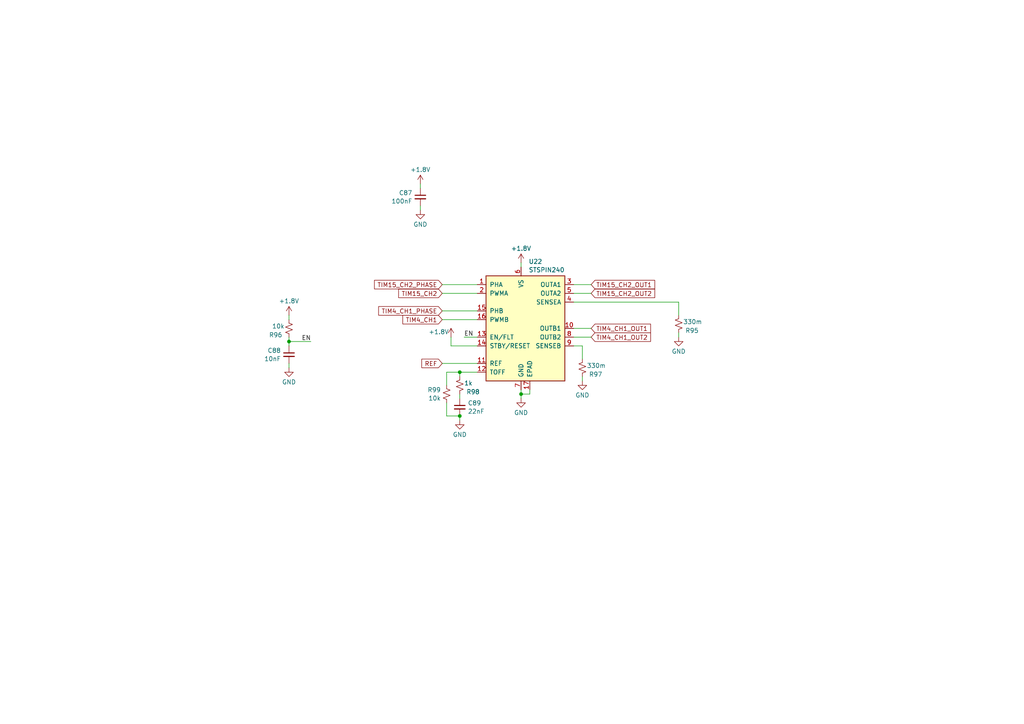
<source format=kicad_sch>
(kicad_sch
	(version 20231120)
	(generator "eeschema")
	(generator_version "8.0")
	(uuid "678b9aec-26bf-4f27-ba87-71e2ec76edda")
	(paper "A4")
	(lib_symbols
		(symbol "Device:C_Small"
			(pin_numbers hide)
			(pin_names
				(offset 0.254) hide)
			(exclude_from_sim no)
			(in_bom yes)
			(on_board yes)
			(property "Reference" "C"
				(at 0.254 1.778 0)
				(effects
					(font
						(size 1.27 1.27)
					)
					(justify left)
				)
			)
			(property "Value" "C_Small"
				(at 0.254 -2.032 0)
				(effects
					(font
						(size 1.27 1.27)
					)
					(justify left)
				)
			)
			(property "Footprint" ""
				(at 0 0 0)
				(effects
					(font
						(size 1.27 1.27)
					)
					(hide yes)
				)
			)
			(property "Datasheet" "~"
				(at 0 0 0)
				(effects
					(font
						(size 1.27 1.27)
					)
					(hide yes)
				)
			)
			(property "Description" "Unpolarized capacitor, small symbol"
				(at 0 0 0)
				(effects
					(font
						(size 1.27 1.27)
					)
					(hide yes)
				)
			)
			(property "ki_keywords" "capacitor cap"
				(at 0 0 0)
				(effects
					(font
						(size 1.27 1.27)
					)
					(hide yes)
				)
			)
			(property "ki_fp_filters" "C_*"
				(at 0 0 0)
				(effects
					(font
						(size 1.27 1.27)
					)
					(hide yes)
				)
			)
			(symbol "C_Small_0_1"
				(polyline
					(pts
						(xy -1.524 -0.508) (xy 1.524 -0.508)
					)
					(stroke
						(width 0.3302)
						(type default)
					)
					(fill
						(type none)
					)
				)
				(polyline
					(pts
						(xy -1.524 0.508) (xy 1.524 0.508)
					)
					(stroke
						(width 0.3048)
						(type default)
					)
					(fill
						(type none)
					)
				)
			)
			(symbol "C_Small_1_1"
				(pin passive line
					(at 0 2.54 270)
					(length 2.032)
					(name "~"
						(effects
							(font
								(size 1.27 1.27)
							)
						)
					)
					(number "1"
						(effects
							(font
								(size 1.27 1.27)
							)
						)
					)
				)
				(pin passive line
					(at 0 -2.54 90)
					(length 2.032)
					(name "~"
						(effects
							(font
								(size 1.27 1.27)
							)
						)
					)
					(number "2"
						(effects
							(font
								(size 1.27 1.27)
							)
						)
					)
				)
			)
		)
		(symbol "Device:R_Small_US"
			(pin_numbers hide)
			(pin_names
				(offset 0.254) hide)
			(exclude_from_sim no)
			(in_bom yes)
			(on_board yes)
			(property "Reference" "R"
				(at 0.762 0.508 0)
				(effects
					(font
						(size 1.27 1.27)
					)
					(justify left)
				)
			)
			(property "Value" "R_Small_US"
				(at 0.762 -1.016 0)
				(effects
					(font
						(size 1.27 1.27)
					)
					(justify left)
				)
			)
			(property "Footprint" ""
				(at 0 0 0)
				(effects
					(font
						(size 1.27 1.27)
					)
					(hide yes)
				)
			)
			(property "Datasheet" "~"
				(at 0 0 0)
				(effects
					(font
						(size 1.27 1.27)
					)
					(hide yes)
				)
			)
			(property "Description" "Resistor, small US symbol"
				(at 0 0 0)
				(effects
					(font
						(size 1.27 1.27)
					)
					(hide yes)
				)
			)
			(property "ki_keywords" "r resistor"
				(at 0 0 0)
				(effects
					(font
						(size 1.27 1.27)
					)
					(hide yes)
				)
			)
			(property "ki_fp_filters" "R_*"
				(at 0 0 0)
				(effects
					(font
						(size 1.27 1.27)
					)
					(hide yes)
				)
			)
			(symbol "R_Small_US_1_1"
				(polyline
					(pts
						(xy 0 0) (xy 1.016 -0.381) (xy 0 -0.762) (xy -1.016 -1.143) (xy 0 -1.524)
					)
					(stroke
						(width 0)
						(type default)
					)
					(fill
						(type none)
					)
				)
				(polyline
					(pts
						(xy 0 1.524) (xy 1.016 1.143) (xy 0 0.762) (xy -1.016 0.381) (xy 0 0)
					)
					(stroke
						(width 0)
						(type default)
					)
					(fill
						(type none)
					)
				)
				(pin passive line
					(at 0 2.54 270)
					(length 1.016)
					(name "~"
						(effects
							(font
								(size 1.27 1.27)
							)
						)
					)
					(number "1"
						(effects
							(font
								(size 1.27 1.27)
							)
						)
					)
				)
				(pin passive line
					(at 0 -2.54 90)
					(length 1.016)
					(name "~"
						(effects
							(font
								(size 1.27 1.27)
							)
						)
					)
					(number "2"
						(effects
							(font
								(size 1.27 1.27)
							)
						)
					)
				)
			)
		)
		(symbol "Driver_Motor:STSPIN240"
			(pin_names
				(offset 1.016)
			)
			(exclude_from_sim no)
			(in_bom yes)
			(on_board yes)
			(property "Reference" "U"
				(at -10.16 16.51 0)
				(effects
					(font
						(size 1.27 1.27)
					)
					(justify left)
				)
			)
			(property "Value" "STSPIN240"
				(at 5.08 16.51 0)
				(effects
					(font
						(size 1.27 1.27)
					)
					(justify left)
				)
			)
			(property "Footprint" "Package_DFN_QFN:VQFN-16-1EP_3x3mm_P0.5mm_EP1.8x1.8mm"
				(at 5.08 19.05 0)
				(effects
					(font
						(size 1.27 1.27)
					)
					(justify left)
					(hide yes)
				)
			)
			(property "Datasheet" "www.st.com/resource/en/datasheet/stspin240.pdf"
				(at 3.81 6.35 0)
				(effects
					(font
						(size 1.27 1.27)
					)
					(hide yes)
				)
			)
			(property "Description" "Low voltage dual brush DC motor driver, 1.8V to 10V input, 1.3Arms output, 0.4Ω Rdson per phase (typical), QFN-16 package"
				(at 0 0 0)
				(effects
					(font
						(size 1.27 1.27)
					)
					(hide yes)
				)
			)
			(property "ki_keywords" "motor driver dc brushed"
				(at 0 0 0)
				(effects
					(font
						(size 1.27 1.27)
					)
					(hide yes)
				)
			)
			(property "ki_fp_filters" "VQFN*1EP*3x3mm*P0.5mm*"
				(at 0 0 0)
				(effects
					(font
						(size 1.27 1.27)
					)
					(hide yes)
				)
			)
			(symbol "STSPIN240_0_1"
				(rectangle
					(start -10.16 15.24)
					(end 12.7 -15.24)
					(stroke
						(width 0.254)
						(type default)
					)
					(fill
						(type background)
					)
				)
			)
			(symbol "STSPIN240_1_1"
				(pin input line
					(at -12.7 12.7 0)
					(length 2.54)
					(name "PHA"
						(effects
							(font
								(size 1.27 1.27)
							)
						)
					)
					(number "1"
						(effects
							(font
								(size 1.27 1.27)
							)
						)
					)
				)
				(pin power_out line
					(at 15.24 0 180)
					(length 2.54)
					(name "OUTB1"
						(effects
							(font
								(size 1.27 1.27)
							)
						)
					)
					(number "10"
						(effects
							(font
								(size 1.27 1.27)
							)
						)
					)
				)
				(pin input line
					(at -12.7 -10.16 0)
					(length 2.54)
					(name "REF"
						(effects
							(font
								(size 1.27 1.27)
							)
						)
					)
					(number "11"
						(effects
							(font
								(size 1.27 1.27)
							)
						)
					)
				)
				(pin input line
					(at -12.7 -12.7 0)
					(length 2.54)
					(name "TOFF"
						(effects
							(font
								(size 1.27 1.27)
							)
						)
					)
					(number "12"
						(effects
							(font
								(size 1.27 1.27)
							)
						)
					)
				)
				(pin bidirectional line
					(at -12.7 -2.54 0)
					(length 2.54)
					(name "EN/FLT"
						(effects
							(font
								(size 1.27 1.27)
							)
						)
					)
					(number "13"
						(effects
							(font
								(size 1.27 1.27)
							)
						)
					)
				)
				(pin input line
					(at -12.7 -5.08 0)
					(length 2.54)
					(name "STBY/RESET"
						(effects
							(font
								(size 1.27 1.27)
							)
						)
					)
					(number "14"
						(effects
							(font
								(size 1.27 1.27)
							)
						)
					)
				)
				(pin input line
					(at -12.7 5.08 0)
					(length 2.54)
					(name "PHB"
						(effects
							(font
								(size 1.27 1.27)
							)
						)
					)
					(number "15"
						(effects
							(font
								(size 1.27 1.27)
							)
						)
					)
				)
				(pin input line
					(at -12.7 2.54 0)
					(length 2.54)
					(name "PWMB"
						(effects
							(font
								(size 1.27 1.27)
							)
						)
					)
					(number "16"
						(effects
							(font
								(size 1.27 1.27)
							)
						)
					)
				)
				(pin power_in line
					(at 2.54 -17.78 90)
					(length 2.54)
					(name "EPAD"
						(effects
							(font
								(size 1.27 1.27)
							)
						)
					)
					(number "17"
						(effects
							(font
								(size 1.27 1.27)
							)
						)
					)
				)
				(pin input line
					(at -12.7 10.16 0)
					(length 2.54)
					(name "PWMA"
						(effects
							(font
								(size 1.27 1.27)
							)
						)
					)
					(number "2"
						(effects
							(font
								(size 1.27 1.27)
							)
						)
					)
				)
				(pin power_out line
					(at 15.24 12.7 180)
					(length 2.54)
					(name "OUTA1"
						(effects
							(font
								(size 1.27 1.27)
							)
						)
					)
					(number "3"
						(effects
							(font
								(size 1.27 1.27)
							)
						)
					)
				)
				(pin power_out line
					(at 15.24 7.62 180)
					(length 2.54)
					(name "SENSEA"
						(effects
							(font
								(size 1.27 1.27)
							)
						)
					)
					(number "4"
						(effects
							(font
								(size 1.27 1.27)
							)
						)
					)
				)
				(pin power_out line
					(at 15.24 10.16 180)
					(length 2.54)
					(name "OUTA2"
						(effects
							(font
								(size 1.27 1.27)
							)
						)
					)
					(number "5"
						(effects
							(font
								(size 1.27 1.27)
							)
						)
					)
				)
				(pin power_in line
					(at 0 17.78 270)
					(length 2.54)
					(name "VS"
						(effects
							(font
								(size 1.27 1.27)
							)
						)
					)
					(number "6"
						(effects
							(font
								(size 1.27 1.27)
							)
						)
					)
				)
				(pin power_in line
					(at 0 -17.78 90)
					(length 2.54)
					(name "GND"
						(effects
							(font
								(size 1.27 1.27)
							)
						)
					)
					(number "7"
						(effects
							(font
								(size 1.27 1.27)
							)
						)
					)
				)
				(pin power_out line
					(at 15.24 -2.54 180)
					(length 2.54)
					(name "OUTB2"
						(effects
							(font
								(size 1.27 1.27)
							)
						)
					)
					(number "8"
						(effects
							(font
								(size 1.27 1.27)
							)
						)
					)
				)
				(pin power_out line
					(at 15.24 -5.08 180)
					(length 2.54)
					(name "SENSEB"
						(effects
							(font
								(size 1.27 1.27)
							)
						)
					)
					(number "9"
						(effects
							(font
								(size 1.27 1.27)
							)
						)
					)
				)
			)
		)
		(symbol "power:+1V8"
			(power)
			(pin_names
				(offset 0)
			)
			(exclude_from_sim no)
			(in_bom yes)
			(on_board yes)
			(property "Reference" "#PWR"
				(at 0 -3.81 0)
				(effects
					(font
						(size 1.27 1.27)
					)
					(hide yes)
				)
			)
			(property "Value" "+1V8"
				(at 0 3.556 0)
				(effects
					(font
						(size 1.27 1.27)
					)
				)
			)
			(property "Footprint" ""
				(at 0 0 0)
				(effects
					(font
						(size 1.27 1.27)
					)
					(hide yes)
				)
			)
			(property "Datasheet" ""
				(at 0 0 0)
				(effects
					(font
						(size 1.27 1.27)
					)
					(hide yes)
				)
			)
			(property "Description" "Power symbol creates a global label with name \"+1V8\""
				(at 0 0 0)
				(effects
					(font
						(size 1.27 1.27)
					)
					(hide yes)
				)
			)
			(property "ki_keywords" "global power"
				(at 0 0 0)
				(effects
					(font
						(size 1.27 1.27)
					)
					(hide yes)
				)
			)
			(symbol "+1V8_0_1"
				(polyline
					(pts
						(xy -0.762 1.27) (xy 0 2.54)
					)
					(stroke
						(width 0)
						(type default)
					)
					(fill
						(type none)
					)
				)
				(polyline
					(pts
						(xy 0 0) (xy 0 2.54)
					)
					(stroke
						(width 0)
						(type default)
					)
					(fill
						(type none)
					)
				)
				(polyline
					(pts
						(xy 0 2.54) (xy 0.762 1.27)
					)
					(stroke
						(width 0)
						(type default)
					)
					(fill
						(type none)
					)
				)
			)
			(symbol "+1V8_1_1"
				(pin power_in line
					(at 0 0 90)
					(length 0) hide
					(name "+1V8"
						(effects
							(font
								(size 1.27 1.27)
							)
						)
					)
					(number "1"
						(effects
							(font
								(size 1.27 1.27)
							)
						)
					)
				)
			)
		)
		(symbol "power:GND"
			(power)
			(pin_names
				(offset 0)
			)
			(exclude_from_sim no)
			(in_bom yes)
			(on_board yes)
			(property "Reference" "#PWR"
				(at 0 -6.35 0)
				(effects
					(font
						(size 1.27 1.27)
					)
					(hide yes)
				)
			)
			(property "Value" "GND"
				(at 0 -3.81 0)
				(effects
					(font
						(size 1.27 1.27)
					)
				)
			)
			(property "Footprint" ""
				(at 0 0 0)
				(effects
					(font
						(size 1.27 1.27)
					)
					(hide yes)
				)
			)
			(property "Datasheet" ""
				(at 0 0 0)
				(effects
					(font
						(size 1.27 1.27)
					)
					(hide yes)
				)
			)
			(property "Description" "Power symbol creates a global label with name \"GND\" , ground"
				(at 0 0 0)
				(effects
					(font
						(size 1.27 1.27)
					)
					(hide yes)
				)
			)
			(property "ki_keywords" "global power"
				(at 0 0 0)
				(effects
					(font
						(size 1.27 1.27)
					)
					(hide yes)
				)
			)
			(symbol "GND_0_1"
				(polyline
					(pts
						(xy 0 0) (xy 0 -1.27) (xy 1.27 -1.27) (xy 0 -2.54) (xy -1.27 -1.27) (xy 0 -1.27)
					)
					(stroke
						(width 0)
						(type default)
					)
					(fill
						(type none)
					)
				)
			)
			(symbol "GND_1_1"
				(pin power_in line
					(at 0 0 270)
					(length 0) hide
					(name "GND"
						(effects
							(font
								(size 1.27 1.27)
							)
						)
					)
					(number "1"
						(effects
							(font
								(size 1.27 1.27)
							)
						)
					)
				)
			)
		)
	)
	(junction
		(at 133.35 120.65)
		(diameter 0)
		(color 0 0 0 0)
		(uuid "42d6576e-fadb-4563-9fc6-3a42c8f7e3c8")
	)
	(junction
		(at 133.35 107.95)
		(diameter 0)
		(color 0 0 0 0)
		(uuid "667f0bd6-b12d-4faa-987f-927ccb27679f")
	)
	(junction
		(at 151.13 114.3)
		(diameter 0)
		(color 0 0 0 0)
		(uuid "b8536958-cabd-4320-bfca-2face8fcc9a7")
	)
	(junction
		(at 83.82 99.06)
		(diameter 0)
		(color 0 0 0 0)
		(uuid "d7e75411-1de3-452c-afc2-da1331c922c2")
	)
	(wire
		(pts
			(xy 151.13 76.2) (xy 151.13 77.47)
		)
		(stroke
			(width 0)
			(type default)
		)
		(uuid "0df78f29-7091-44f6-a730-ef372ed57675")
	)
	(wire
		(pts
			(xy 133.35 107.95) (xy 133.35 109.22)
		)
		(stroke
			(width 0)
			(type default)
		)
		(uuid "136b5161-d7ef-4375-aa91-e102651a4665")
	)
	(wire
		(pts
			(xy 168.91 100.33) (xy 166.37 100.33)
		)
		(stroke
			(width 0)
			(type default)
		)
		(uuid "154c620a-04df-4b2c-84d6-36da2c79bbea")
	)
	(wire
		(pts
			(xy 121.92 59.69) (xy 121.92 60.96)
		)
		(stroke
			(width 0)
			(type default)
		)
		(uuid "1ea7bd63-8734-448b-980b-014f4ca342f1")
	)
	(wire
		(pts
			(xy 133.35 114.3) (xy 133.35 115.57)
		)
		(stroke
			(width 0)
			(type default)
		)
		(uuid "2081ed10-af47-4487-84ed-017469b4fdb8")
	)
	(wire
		(pts
			(xy 128.27 92.71) (xy 138.43 92.71)
		)
		(stroke
			(width 0)
			(type default)
		)
		(uuid "24beaf91-e7d3-4e03-a638-690a46340679")
	)
	(wire
		(pts
			(xy 168.91 109.22) (xy 168.91 110.49)
		)
		(stroke
			(width 0)
			(type default)
		)
		(uuid "32926c58-e476-43b4-99b4-f50b1bd7289c")
	)
	(wire
		(pts
			(xy 83.82 99.06) (xy 83.82 100.33)
		)
		(stroke
			(width 0)
			(type default)
		)
		(uuid "3421b40e-45e7-4ac7-915c-5c46804131b9")
	)
	(wire
		(pts
			(xy 129.54 120.65) (xy 133.35 120.65)
		)
		(stroke
			(width 0)
			(type default)
		)
		(uuid "416fd5ac-a650-418e-931e-fcded8135e33")
	)
	(wire
		(pts
			(xy 128.27 90.17) (xy 138.43 90.17)
		)
		(stroke
			(width 0)
			(type default)
		)
		(uuid "424cc603-8d4e-4823-ae49-81b1618ee283")
	)
	(wire
		(pts
			(xy 168.91 104.14) (xy 168.91 100.33)
		)
		(stroke
			(width 0)
			(type default)
		)
		(uuid "48380410-9649-43e2-908f-c3ad67ad29b7")
	)
	(wire
		(pts
			(xy 151.13 113.03) (xy 151.13 114.3)
		)
		(stroke
			(width 0)
			(type default)
		)
		(uuid "5cf3c158-a797-45ff-8d5c-d0d1fafe3a22")
	)
	(wire
		(pts
			(xy 83.82 105.41) (xy 83.82 106.68)
		)
		(stroke
			(width 0)
			(type default)
		)
		(uuid "63b91a7c-7c95-4637-acd6-fcc77520c5dc")
	)
	(wire
		(pts
			(xy 196.85 87.63) (xy 196.85 91.44)
		)
		(stroke
			(width 0)
			(type default)
		)
		(uuid "6e4cef16-5184-4768-b13c-e683484dc67d")
	)
	(wire
		(pts
			(xy 129.54 107.95) (xy 133.35 107.95)
		)
		(stroke
			(width 0)
			(type default)
		)
		(uuid "7a2f5d6d-f89b-4009-be9b-50d00f32949b")
	)
	(wire
		(pts
			(xy 128.27 82.55) (xy 138.43 82.55)
		)
		(stroke
			(width 0)
			(type default)
		)
		(uuid "803c6951-769d-4787-a8a8-9d5548901c73")
	)
	(wire
		(pts
			(xy 121.92 53.34) (xy 121.92 54.61)
		)
		(stroke
			(width 0)
			(type default)
		)
		(uuid "81df2ca9-c94f-4f2b-a3c6-fd7d2f5cd330")
	)
	(wire
		(pts
			(xy 171.45 97.79) (xy 166.37 97.79)
		)
		(stroke
			(width 0)
			(type default)
		)
		(uuid "86b89144-a35d-4606-bee6-e66409accc8b")
	)
	(wire
		(pts
			(xy 138.43 97.79) (xy 134.62 97.79)
		)
		(stroke
			(width 0)
			(type default)
		)
		(uuid "87ebdfcb-394e-45c3-bb85-92d5e78fab56")
	)
	(wire
		(pts
			(xy 128.27 85.09) (xy 138.43 85.09)
		)
		(stroke
			(width 0)
			(type default)
		)
		(uuid "8e1f1e4d-a6da-4aa4-97a4-ceec37ac802b")
	)
	(wire
		(pts
			(xy 171.45 82.55) (xy 166.37 82.55)
		)
		(stroke
			(width 0)
			(type default)
		)
		(uuid "9073e5b9-c9af-4baa-b7cc-01e4e0e8170f")
	)
	(wire
		(pts
			(xy 133.35 107.95) (xy 138.43 107.95)
		)
		(stroke
			(width 0)
			(type default)
		)
		(uuid "af0d2cc6-489d-454c-9b05-ca897f917682")
	)
	(wire
		(pts
			(xy 130.81 100.33) (xy 138.43 100.33)
		)
		(stroke
			(width 0)
			(type default)
		)
		(uuid "b17469f9-4bfa-4158-bb7d-36070dad954a")
	)
	(wire
		(pts
			(xy 130.81 97.79) (xy 130.81 100.33)
		)
		(stroke
			(width 0)
			(type default)
		)
		(uuid "b99a87d4-af7a-4089-919c-45c7b3e63e22")
	)
	(wire
		(pts
			(xy 83.82 97.79) (xy 83.82 99.06)
		)
		(stroke
			(width 0)
			(type default)
		)
		(uuid "bab4188a-e630-4411-9ebd-0ebfae15cdb7")
	)
	(wire
		(pts
			(xy 171.45 85.09) (xy 166.37 85.09)
		)
		(stroke
			(width 0)
			(type default)
		)
		(uuid "bdd1b05d-dd6b-43d2-8213-f03d27a27000")
	)
	(wire
		(pts
			(xy 151.13 114.3) (xy 151.13 115.57)
		)
		(stroke
			(width 0)
			(type default)
		)
		(uuid "c05a63b7-2286-49ac-88b8-9c002ca85a9b")
	)
	(wire
		(pts
			(xy 196.85 87.63) (xy 166.37 87.63)
		)
		(stroke
			(width 0)
			(type default)
		)
		(uuid "c703d5d0-28ac-450a-9e81-ebc92b083f82")
	)
	(wire
		(pts
			(xy 128.27 105.41) (xy 138.43 105.41)
		)
		(stroke
			(width 0)
			(type default)
		)
		(uuid "d35195cc-7528-460d-9bc1-1c284727c64a")
	)
	(wire
		(pts
			(xy 129.54 116.84) (xy 129.54 120.65)
		)
		(stroke
			(width 0)
			(type default)
		)
		(uuid "df4c6b07-3cee-4d76-82ac-68278b1b2a0b")
	)
	(wire
		(pts
			(xy 83.82 91.44) (xy 83.82 92.71)
		)
		(stroke
			(width 0)
			(type default)
		)
		(uuid "e0f0e4df-3c11-491b-8c83-7b2feb1c5868")
	)
	(wire
		(pts
			(xy 153.67 114.3) (xy 153.67 113.03)
		)
		(stroke
			(width 0)
			(type default)
		)
		(uuid "e511d5ce-c0d6-4f17-bf9c-e17cd78b2211")
	)
	(wire
		(pts
			(xy 83.82 99.06) (xy 90.17 99.06)
		)
		(stroke
			(width 0)
			(type default)
		)
		(uuid "e535f119-b11d-44d9-8320-a66c01ce3ac1")
	)
	(wire
		(pts
			(xy 129.54 107.95) (xy 129.54 111.76)
		)
		(stroke
			(width 0)
			(type default)
		)
		(uuid "ea7df6dd-d206-4b50-ba0f-4867bd8d5e3c")
	)
	(wire
		(pts
			(xy 196.85 96.52) (xy 196.85 97.79)
		)
		(stroke
			(width 0)
			(type default)
		)
		(uuid "eedb8325-9b7d-43e3-aeb3-3c1bcc0fd479")
	)
	(wire
		(pts
			(xy 151.13 114.3) (xy 153.67 114.3)
		)
		(stroke
			(width 0)
			(type default)
		)
		(uuid "f25e5032-c755-44ef-8098-cb8f9e78830f")
	)
	(wire
		(pts
			(xy 171.45 95.25) (xy 166.37 95.25)
		)
		(stroke
			(width 0)
			(type default)
		)
		(uuid "f53cb537-a4c1-47fa-b30f-4b9840c5326a")
	)
	(wire
		(pts
			(xy 133.35 121.92) (xy 133.35 120.65)
		)
		(stroke
			(width 0)
			(type default)
		)
		(uuid "fcb6524b-ad1e-4656-ace8-fb400e227a7f")
	)
	(label "EN"
		(at 134.62 97.79 0)
		(fields_autoplaced yes)
		(effects
			(font
				(size 1.27 1.27)
			)
			(justify left bottom)
		)
		(uuid "2d735b23-4b75-4cc8-8522-77b72559e13e")
	)
	(label "EN"
		(at 90.17 99.06 180)
		(fields_autoplaced yes)
		(effects
			(font
				(size 1.27 1.27)
			)
			(justify right bottom)
		)
		(uuid "fc3e2e52-2328-484c-bc85-8e920ea7a8f4")
	)
	(global_label "TIM4_CH1_OUT2"
		(shape input)
		(at 171.45 97.79 0)
		(fields_autoplaced yes)
		(effects
			(font
				(size 1.27 1.27)
			)
			(justify left)
		)
		(uuid "181dd50a-e73b-4227-89a7-fbdad74b014c")
		(property "Intersheetrefs" "${INTERSHEET_REFS}"
			(at 189.2518 97.79 0)
			(effects
				(font
					(size 1.27 1.27)
				)
				(justify left)
				(hide yes)
			)
		)
	)
	(global_label "TIM4_CH1"
		(shape input)
		(at 128.27 92.71 180)
		(fields_autoplaced yes)
		(effects
			(font
				(size 1.27 1.27)
			)
			(justify right)
		)
		(uuid "58b2eda6-4dac-4b30-9252-55102a16717b")
		(property "Intersheetrefs" "${INTERSHEET_REFS}"
			(at 116.2739 92.71 0)
			(effects
				(font
					(size 1.27 1.27)
				)
				(justify right)
				(hide yes)
			)
		)
	)
	(global_label "TIM4_CH1_PHASE"
		(shape input)
		(at 128.27 90.17 180)
		(fields_autoplaced yes)
		(effects
			(font
				(size 1.27 1.27)
			)
			(justify right)
		)
		(uuid "8b813cc2-a0aa-4d22-9809-183b5a09753d")
		(property "Intersheetrefs" "${INTERSHEET_REFS}"
			(at 109.2587 90.17 0)
			(effects
				(font
					(size 1.27 1.27)
				)
				(justify right)
				(hide yes)
			)
		)
	)
	(global_label "TIM15_CH2_OUT1"
		(shape input)
		(at 171.45 82.55 0)
		(fields_autoplaced yes)
		(effects
			(font
				(size 1.27 1.27)
			)
			(justify left)
		)
		(uuid "94118e0c-73cc-499d-8e63-316aa03fd118")
		(property "Intersheetrefs" "${INTERSHEET_REFS}"
			(at 190.4613 82.55 0)
			(effects
				(font
					(size 1.27 1.27)
				)
				(justify left)
				(hide yes)
			)
		)
	)
	(global_label "TIM4_CH1_OUT1"
		(shape input)
		(at 171.45 95.25 0)
		(fields_autoplaced yes)
		(effects
			(font
				(size 1.27 1.27)
			)
			(justify left)
		)
		(uuid "9cbb924c-73a8-470b-beb2-6cc0fcd4fd18")
		(property "Intersheetrefs" "${INTERSHEET_REFS}"
			(at 189.2518 95.25 0)
			(effects
				(font
					(size 1.27 1.27)
				)
				(justify left)
				(hide yes)
			)
		)
	)
	(global_label "REF"
		(shape input)
		(at 128.27 105.41 180)
		(fields_autoplaced yes)
		(effects
			(font
				(size 1.27 1.27)
			)
			(justify right)
		)
		(uuid "a0dc2bc4-5b4f-4c18-86e8-8fa5de828bae")
		(property "Intersheetrefs" "${INTERSHEET_REFS}"
			(at 121.7772 105.41 0)
			(effects
				(font
					(size 1.27 1.27)
				)
				(justify right)
				(hide yes)
			)
		)
	)
	(global_label "TIM15_CH2_PHASE"
		(shape input)
		(at 128.27 82.55 180)
		(fields_autoplaced yes)
		(effects
			(font
				(size 1.27 1.27)
			)
			(justify right)
		)
		(uuid "a4881ba1-4837-43a5-b98c-30b78eaa4774")
		(property "Intersheetrefs" "${INTERSHEET_REFS}"
			(at 108.0492 82.55 0)
			(effects
				(font
					(size 1.27 1.27)
				)
				(justify right)
				(hide yes)
			)
		)
	)
	(global_label "TIM15_CH2_OUT2"
		(shape input)
		(at 171.45 85.09 0)
		(fields_autoplaced yes)
		(effects
			(font
				(size 1.27 1.27)
			)
			(justify left)
		)
		(uuid "abf9e555-66ca-45b5-a928-fefaf108d9e6")
		(property "Intersheetrefs" "${INTERSHEET_REFS}"
			(at 190.4613 85.09 0)
			(effects
				(font
					(size 1.27 1.27)
				)
				(justify left)
				(hide yes)
			)
		)
	)
	(global_label "TIM15_CH2"
		(shape input)
		(at 128.27 85.09 180)
		(fields_autoplaced yes)
		(effects
			(font
				(size 1.27 1.27)
			)
			(justify right)
		)
		(uuid "b6dee8e1-f56e-4501-a1ed-fa3e6493b6f5")
		(property "Intersheetrefs" "${INTERSHEET_REFS}"
			(at 115.0644 85.09 0)
			(effects
				(font
					(size 1.27 1.27)
				)
				(justify right)
				(hide yes)
			)
		)
	)
	(symbol
		(lib_id "Device:R_Small_US")
		(at 133.35 111.76 0)
		(mirror y)
		(unit 1)
		(exclude_from_sim no)
		(in_bom yes)
		(on_board yes)
		(dnp no)
		(uuid "08d3599f-af0c-44bb-81d5-91e8f1f358cf")
		(property "Reference" "R98"
			(at 135.255 113.665 0)
			(effects
				(font
					(size 1.27 1.27)
				)
				(justify right)
			)
		)
		(property "Value" "1k"
			(at 134.62 111.125 0)
			(effects
				(font
					(size 1.27 1.27)
				)
				(justify right)
			)
		)
		(property "Footprint" "Resistor_SMD:R_0402_1005Metric"
			(at 133.35 111.76 0)
			(effects
				(font
					(size 1.27 1.27)
				)
				(hide yes)
			)
		)
		(property "Datasheet" "~"
			(at 133.35 111.76 0)
			(effects
				(font
					(size 1.27 1.27)
				)
				(hide yes)
			)
		)
		(property "Description" ""
			(at 133.35 111.76 0)
			(effects
				(font
					(size 1.27 1.27)
				)
				(hide yes)
			)
		)
		(property "LCSC" "C11702"
			(at 133.35 111.76 0)
			(effects
				(font
					(size 1.27 1.27)
				)
				(hide yes)
			)
		)
		(pin "1"
			(uuid "520cc536-f2af-4093-9c89-99c22b303949")
		)
		(pin "2"
			(uuid "6d27895e-5584-4a35-a191-ef74435461a2")
		)
		(instances
			(project "kasm_pcb_rev2"
				(path "/b88f3414-095b-412c-ac5e-63ceec91c7e6/2d3f9a94-2f4e-4d4f-b431-cd37d3bb57a3/31c00960-b4df-4830-9e33-cb3879cd931a"
					(reference "R98")
					(unit 1)
				)
			)
		)
	)
	(symbol
		(lib_id "power:GND")
		(at 151.13 115.57 0)
		(unit 1)
		(exclude_from_sim no)
		(in_bom yes)
		(on_board yes)
		(dnp no)
		(uuid "0999cc4d-196e-43d7-9300-6dc4805e5618")
		(property "Reference" "#PWR0224"
			(at 151.13 121.92 0)
			(effects
				(font
					(size 1.27 1.27)
				)
				(hide yes)
			)
		)
		(property "Value" "GND"
			(at 151.13 119.7031 0)
			(effects
				(font
					(size 1.27 1.27)
				)
			)
		)
		(property "Footprint" ""
			(at 151.13 115.57 0)
			(effects
				(font
					(size 1.27 1.27)
				)
				(hide yes)
			)
		)
		(property "Datasheet" ""
			(at 151.13 115.57 0)
			(effects
				(font
					(size 1.27 1.27)
				)
				(hide yes)
			)
		)
		(property "Description" ""
			(at 151.13 115.57 0)
			(effects
				(font
					(size 1.27 1.27)
				)
				(hide yes)
			)
		)
		(pin "1"
			(uuid "01c8d304-92ab-4c38-9ee6-bb49e7f47521")
		)
		(instances
			(project "kasm_pcb_rev2"
				(path "/b88f3414-095b-412c-ac5e-63ceec91c7e6/2d3f9a94-2f4e-4d4f-b431-cd37d3bb57a3/31c00960-b4df-4830-9e33-cb3879cd931a"
					(reference "#PWR0224")
					(unit 1)
				)
			)
		)
	)
	(symbol
		(lib_id "Device:R_Small_US")
		(at 196.85 93.98 0)
		(mirror y)
		(unit 1)
		(exclude_from_sim no)
		(in_bom yes)
		(on_board yes)
		(dnp no)
		(uuid "0c943832-355b-4dd2-80d1-86cc87ab732c")
		(property "Reference" "R95"
			(at 198.755 95.885 0)
			(effects
				(font
					(size 1.27 1.27)
				)
				(justify right)
			)
		)
		(property "Value" "330m"
			(at 198.12 93.345 0)
			(effects
				(font
					(size 1.27 1.27)
				)
				(justify right)
			)
		)
		(property "Footprint" "Resistor_SMD:R_0402_1005Metric"
			(at 196.85 93.98 0)
			(effects
				(font
					(size 1.27 1.27)
				)
				(hide yes)
			)
		)
		(property "Datasheet" "~"
			(at 196.85 93.98 0)
			(effects
				(font
					(size 1.27 1.27)
				)
				(hide yes)
			)
		)
		(property "Description" ""
			(at 196.85 93.98 0)
			(effects
				(font
					(size 1.27 1.27)
				)
				(hide yes)
			)
		)
		(property "LCSC" "C332660"
			(at 196.85 93.98 0)
			(effects
				(font
					(size 1.27 1.27)
				)
				(hide yes)
			)
		)
		(pin "1"
			(uuid "57d730c9-355f-4784-b711-036a1073d2a4")
		)
		(pin "2"
			(uuid "b0acd83e-7dfa-44f5-8902-f6cbfe4aaaab")
		)
		(instances
			(project "kasm_pcb_rev2"
				(path "/b88f3414-095b-412c-ac5e-63ceec91c7e6/2d3f9a94-2f4e-4d4f-b431-cd37d3bb57a3/31c00960-b4df-4830-9e33-cb3879cd931a"
					(reference "R95")
					(unit 1)
				)
			)
		)
	)
	(symbol
		(lib_id "power:GND")
		(at 133.35 121.92 0)
		(unit 1)
		(exclude_from_sim no)
		(in_bom yes)
		(on_board yes)
		(dnp no)
		(uuid "14826b93-6e2a-40a6-8261-c4025ad4b572")
		(property "Reference" "#PWR0225"
			(at 133.35 128.27 0)
			(effects
				(font
					(size 1.27 1.27)
				)
				(hide yes)
			)
		)
		(property "Value" "GND"
			(at 133.35 126.0531 0)
			(effects
				(font
					(size 1.27 1.27)
				)
			)
		)
		(property "Footprint" ""
			(at 133.35 121.92 0)
			(effects
				(font
					(size 1.27 1.27)
				)
				(hide yes)
			)
		)
		(property "Datasheet" ""
			(at 133.35 121.92 0)
			(effects
				(font
					(size 1.27 1.27)
				)
				(hide yes)
			)
		)
		(property "Description" ""
			(at 133.35 121.92 0)
			(effects
				(font
					(size 1.27 1.27)
				)
				(hide yes)
			)
		)
		(pin "1"
			(uuid "e8b8079c-b48f-4a26-a36d-ad370f272bfa")
		)
		(instances
			(project "kasm_pcb_rev2"
				(path "/b88f3414-095b-412c-ac5e-63ceec91c7e6/2d3f9a94-2f4e-4d4f-b431-cd37d3bb57a3/31c00960-b4df-4830-9e33-cb3879cd931a"
					(reference "#PWR0225")
					(unit 1)
				)
			)
		)
	)
	(symbol
		(lib_id "Device:R_Small_US")
		(at 83.82 95.25 0)
		(unit 1)
		(exclude_from_sim no)
		(in_bom yes)
		(on_board yes)
		(dnp no)
		(uuid "23119a32-3781-4e14-9518-f3722f383c32")
		(property "Reference" "R96"
			(at 81.915 97.155 0)
			(effects
				(font
					(size 1.27 1.27)
				)
				(justify right)
			)
		)
		(property "Value" "10k"
			(at 82.55 94.615 0)
			(effects
				(font
					(size 1.27 1.27)
				)
				(justify right)
			)
		)
		(property "Footprint" "Resistor_SMD:R_0402_1005Metric"
			(at 83.82 95.25 0)
			(effects
				(font
					(size 1.27 1.27)
				)
				(hide yes)
			)
		)
		(property "Datasheet" "~"
			(at 83.82 95.25 0)
			(effects
				(font
					(size 1.27 1.27)
				)
				(hide yes)
			)
		)
		(property "Description" ""
			(at 83.82 95.25 0)
			(effects
				(font
					(size 1.27 1.27)
				)
				(hide yes)
			)
		)
		(property "LCSC" "C25744"
			(at 83.82 95.25 0)
			(effects
				(font
					(size 1.27 1.27)
				)
				(hide yes)
			)
		)
		(pin "1"
			(uuid "d81662fd-b7ee-4cd3-835e-4201edb14a83")
		)
		(pin "2"
			(uuid "161611a2-a90e-4351-9765-90a80e4e7081")
		)
		(instances
			(project "kasm_pcb_rev2"
				(path "/b88f3414-095b-412c-ac5e-63ceec91c7e6/2d3f9a94-2f4e-4d4f-b431-cd37d3bb57a3/31c00960-b4df-4830-9e33-cb3879cd931a"
					(reference "R96")
					(unit 1)
				)
			)
		)
	)
	(symbol
		(lib_id "power:+1V8")
		(at 130.81 97.79 0)
		(unit 1)
		(exclude_from_sim no)
		(in_bom yes)
		(on_board yes)
		(dnp no)
		(uuid "47419cb7-ae1c-489c-b519-ae9a5c0d2b1e")
		(property "Reference" "#PWR0220"
			(at 130.81 101.6 0)
			(effects
				(font
					(size 1.27 1.27)
				)
				(hide yes)
			)
		)
		(property "Value" "+1.8V"
			(at 127.254 96.266 0)
			(effects
				(font
					(size 1.27 1.27)
				)
			)
		)
		(property "Footprint" ""
			(at 130.81 97.79 0)
			(effects
				(font
					(size 1.27 1.27)
				)
				(hide yes)
			)
		)
		(property "Datasheet" ""
			(at 130.81 97.79 0)
			(effects
				(font
					(size 1.27 1.27)
				)
				(hide yes)
			)
		)
		(property "Description" ""
			(at 130.81 97.79 0)
			(effects
				(font
					(size 1.27 1.27)
				)
				(hide yes)
			)
		)
		(pin "1"
			(uuid "053ca9e1-1fa5-4cbe-93b1-01fdae85988d")
		)
		(instances
			(project "kasm_pcb_rev2"
				(path "/b88f3414-095b-412c-ac5e-63ceec91c7e6/2d3f9a94-2f4e-4d4f-b431-cd37d3bb57a3/31c00960-b4df-4830-9e33-cb3879cd931a"
					(reference "#PWR0220")
					(unit 1)
				)
			)
		)
	)
	(symbol
		(lib_id "Device:R_Small_US")
		(at 168.91 106.68 0)
		(mirror y)
		(unit 1)
		(exclude_from_sim no)
		(in_bom yes)
		(on_board yes)
		(dnp no)
		(uuid "573e37f4-27b0-4a2f-aa61-feaccf55e8aa")
		(property "Reference" "R97"
			(at 170.815 108.585 0)
			(effects
				(font
					(size 1.27 1.27)
				)
				(justify right)
			)
		)
		(property "Value" "330m"
			(at 170.18 106.045 0)
			(effects
				(font
					(size 1.27 1.27)
				)
				(justify right)
			)
		)
		(property "Footprint" "Resistor_SMD:R_0402_1005Metric"
			(at 168.91 106.68 0)
			(effects
				(font
					(size 1.27 1.27)
				)
				(hide yes)
			)
		)
		(property "Datasheet" "~"
			(at 168.91 106.68 0)
			(effects
				(font
					(size 1.27 1.27)
				)
				(hide yes)
			)
		)
		(property "Description" ""
			(at 168.91 106.68 0)
			(effects
				(font
					(size 1.27 1.27)
				)
				(hide yes)
			)
		)
		(property "LCSC" "C332660"
			(at 168.91 106.68 0)
			(effects
				(font
					(size 1.27 1.27)
				)
				(hide yes)
			)
		)
		(pin "1"
			(uuid "deb5ea79-eada-4ab9-8293-e45ffe29325b")
		)
		(pin "2"
			(uuid "9fb9f794-63ce-4561-8109-da4072feb646")
		)
		(instances
			(project "kasm_pcb_rev2"
				(path "/b88f3414-095b-412c-ac5e-63ceec91c7e6/2d3f9a94-2f4e-4d4f-b431-cd37d3bb57a3/31c00960-b4df-4830-9e33-cb3879cd931a"
					(reference "R97")
					(unit 1)
				)
			)
		)
	)
	(symbol
		(lib_id "Device:C_Small")
		(at 83.82 102.87 0)
		(mirror y)
		(unit 1)
		(exclude_from_sim no)
		(in_bom yes)
		(on_board yes)
		(dnp no)
		(uuid "8bbefa2f-93dc-492f-a9f9-ce6467de0313")
		(property "Reference" "C88"
			(at 81.4959 101.6642 0)
			(effects
				(font
					(size 1.27 1.27)
				)
				(justify left)
			)
		)
		(property "Value" "10nF"
			(at 81.4959 104.0884 0)
			(effects
				(font
					(size 1.27 1.27)
				)
				(justify left)
			)
		)
		(property "Footprint" "Capacitor_SMD:C_0402_1005Metric"
			(at 83.82 102.87 0)
			(effects
				(font
					(size 1.27 1.27)
				)
				(hide yes)
			)
		)
		(property "Datasheet" "~"
			(at 83.82 102.87 0)
			(effects
				(font
					(size 1.27 1.27)
				)
				(hide yes)
			)
		)
		(property "Description" ""
			(at 83.82 102.87 0)
			(effects
				(font
					(size 1.27 1.27)
				)
				(hide yes)
			)
		)
		(property "LCSC" "C15195"
			(at 83.82 102.87 0)
			(effects
				(font
					(size 1.27 1.27)
				)
				(hide yes)
			)
		)
		(pin "1"
			(uuid "4a0b128f-1011-4cfc-a4f9-a184f8f367cb")
		)
		(pin "2"
			(uuid "7ee64186-dbfa-4b56-9658-efb851b27027")
		)
		(instances
			(project "kasm_pcb_rev2"
				(path "/b88f3414-095b-412c-ac5e-63ceec91c7e6/2d3f9a94-2f4e-4d4f-b431-cd37d3bb57a3/31c00960-b4df-4830-9e33-cb3879cd931a"
					(reference "C88")
					(unit 1)
				)
			)
		)
	)
	(symbol
		(lib_id "Device:C_Small")
		(at 133.35 118.11 0)
		(unit 1)
		(exclude_from_sim no)
		(in_bom yes)
		(on_board yes)
		(dnp no)
		(uuid "a4b32b01-09cd-40d7-b4bd-05e6b14c732a")
		(property "Reference" "C89"
			(at 135.6741 116.9042 0)
			(effects
				(font
					(size 1.27 1.27)
				)
				(justify left)
			)
		)
		(property "Value" "22nF"
			(at 135.6741 119.3284 0)
			(effects
				(font
					(size 1.27 1.27)
				)
				(justify left)
			)
		)
		(property "Footprint" "Capacitor_SMD:C_0402_1005Metric"
			(at 133.35 118.11 0)
			(effects
				(font
					(size 1.27 1.27)
				)
				(hide yes)
			)
		)
		(property "Datasheet" "~"
			(at 133.35 118.11 0)
			(effects
				(font
					(size 1.27 1.27)
				)
				(hide yes)
			)
		)
		(property "Description" ""
			(at 133.35 118.11 0)
			(effects
				(font
					(size 1.27 1.27)
				)
				(hide yes)
			)
		)
		(property "LCSC" "C1532"
			(at 133.35 118.11 0)
			(effects
				(font
					(size 1.27 1.27)
				)
				(hide yes)
			)
		)
		(pin "1"
			(uuid "8b85e93a-1364-406f-b041-5332cdf1f0d7")
		)
		(pin "2"
			(uuid "1180bcc9-8394-4f27-9980-bdad24b10085")
		)
		(instances
			(project "kasm_pcb_rev2"
				(path "/b88f3414-095b-412c-ac5e-63ceec91c7e6/2d3f9a94-2f4e-4d4f-b431-cd37d3bb57a3/31c00960-b4df-4830-9e33-cb3879cd931a"
					(reference "C89")
					(unit 1)
				)
			)
		)
	)
	(symbol
		(lib_id "power:GND")
		(at 83.82 106.68 0)
		(unit 1)
		(exclude_from_sim no)
		(in_bom yes)
		(on_board yes)
		(dnp no)
		(uuid "a7e209d7-8814-4e15-94e5-c596746dcf1c")
		(property "Reference" "#PWR0222"
			(at 83.82 113.03 0)
			(effects
				(font
					(size 1.27 1.27)
				)
				(hide yes)
			)
		)
		(property "Value" "GND"
			(at 83.82 110.8131 0)
			(effects
				(font
					(size 1.27 1.27)
				)
			)
		)
		(property "Footprint" ""
			(at 83.82 106.68 0)
			(effects
				(font
					(size 1.27 1.27)
				)
				(hide yes)
			)
		)
		(property "Datasheet" ""
			(at 83.82 106.68 0)
			(effects
				(font
					(size 1.27 1.27)
				)
				(hide yes)
			)
		)
		(property "Description" ""
			(at 83.82 106.68 0)
			(effects
				(font
					(size 1.27 1.27)
				)
				(hide yes)
			)
		)
		(pin "1"
			(uuid "92a6c475-de20-49ef-86de-68ef71c69e89")
		)
		(instances
			(project "kasm_pcb_rev2"
				(path "/b88f3414-095b-412c-ac5e-63ceec91c7e6/2d3f9a94-2f4e-4d4f-b431-cd37d3bb57a3/31c00960-b4df-4830-9e33-cb3879cd931a"
					(reference "#PWR0222")
					(unit 1)
				)
			)
		)
	)
	(symbol
		(lib_id "Device:R_Small_US")
		(at 129.54 114.3 0)
		(unit 1)
		(exclude_from_sim no)
		(in_bom yes)
		(on_board yes)
		(dnp no)
		(uuid "bfdc5db9-5620-48b6-9bf6-89e3bdf3214f")
		(property "Reference" "R99"
			(at 127.889 113.0879 0)
			(effects
				(font
					(size 1.27 1.27)
				)
				(justify right)
			)
		)
		(property "Value" "10k"
			(at 127.889 115.5121 0)
			(effects
				(font
					(size 1.27 1.27)
				)
				(justify right)
			)
		)
		(property "Footprint" "Resistor_SMD:R_0402_1005Metric"
			(at 129.54 114.3 0)
			(effects
				(font
					(size 1.27 1.27)
				)
				(hide yes)
			)
		)
		(property "Datasheet" "~"
			(at 129.54 114.3 0)
			(effects
				(font
					(size 1.27 1.27)
				)
				(hide yes)
			)
		)
		(property "Description" ""
			(at 129.54 114.3 0)
			(effects
				(font
					(size 1.27 1.27)
				)
				(hide yes)
			)
		)
		(property "LCSC" "C25744"
			(at 129.54 114.3 0)
			(effects
				(font
					(size 1.27 1.27)
				)
				(hide yes)
			)
		)
		(pin "1"
			(uuid "c274c463-e395-48cd-84fd-43c321901939")
		)
		(pin "2"
			(uuid "40177d0b-163d-4b7d-bc14-a96a14938c86")
		)
		(instances
			(project "kasm_pcb_rev2"
				(path "/b88f3414-095b-412c-ac5e-63ceec91c7e6/2d3f9a94-2f4e-4d4f-b431-cd37d3bb57a3/31c00960-b4df-4830-9e33-cb3879cd931a"
					(reference "R99")
					(unit 1)
				)
			)
		)
	)
	(symbol
		(lib_id "Driver_Motor:STSPIN240")
		(at 151.13 95.25 0)
		(unit 1)
		(exclude_from_sim no)
		(in_bom yes)
		(on_board yes)
		(dnp no)
		(fields_autoplaced yes)
		(uuid "c7502d99-2115-45f9-a2ef-a076462238a5")
		(property "Reference" "U22"
			(at 153.3241 75.8655 0)
			(effects
				(font
					(size 1.27 1.27)
				)
				(justify left)
			)
		)
		(property "Value" "STSPIN240"
			(at 153.3241 78.2898 0)
			(effects
				(font
					(size 1.27 1.27)
				)
				(justify left)
			)
		)
		(property "Footprint" "Package_DFN_QFN:VQFN-16-1EP_3x3mm_P0.5mm_EP1.8x1.8mm"
			(at 156.21 76.2 0)
			(effects
				(font
					(size 1.27 1.27)
				)
				(justify left)
				(hide yes)
			)
		)
		(property "Datasheet" "www.st.com/resource/en/datasheet/stspin240.pdf"
			(at 154.94 88.9 0)
			(effects
				(font
					(size 1.27 1.27)
				)
				(hide yes)
			)
		)
		(property "Description" "Low voltage dual brush DC motor driver, 1.8V to 10V input, 1.3Arms output, 0.4Ω Rdson per phase (typical), QFN-16 package"
			(at 151.13 95.25 0)
			(effects
				(font
					(size 1.27 1.27)
				)
				(hide yes)
			)
		)
		(property "LCSC" "C962258"
			(at 151.13 95.25 0)
			(effects
				(font
					(size 1.27 1.27)
				)
				(hide yes)
			)
		)
		(pin "3"
			(uuid "fe9d407e-f7c4-4d26-83bf-e859ae563953")
		)
		(pin "1"
			(uuid "30ac2a83-2a74-4171-a3a8-2d0ae77ce84e")
		)
		(pin "11"
			(uuid "e8cf5615-f468-42e5-b764-8378300ae2c0")
		)
		(pin "16"
			(uuid "343aae0f-2418-414b-9e98-d73fb55bc60f")
		)
		(pin "5"
			(uuid "3f95d406-0c66-4745-9029-ca7bee6a393b")
		)
		(pin "17"
			(uuid "628e1b96-d0d9-48e0-ba07-8b5abceabae1")
		)
		(pin "4"
			(uuid "522a1027-f92a-412a-99e9-27eca5bd7271")
		)
		(pin "7"
			(uuid "f1ca1b92-8e7f-487e-9eb0-2680eac2976c")
		)
		(pin "12"
			(uuid "b1dff811-43d4-4eb0-b4fe-8d1d58da56dd")
		)
		(pin "8"
			(uuid "af706f31-aaf9-436f-a4e4-d2b6472f0b71")
		)
		(pin "13"
			(uuid "cc77683b-88d0-4edf-9198-5ce1c7403982")
		)
		(pin "14"
			(uuid "358dc77a-4bac-4156-944f-764ceb3f10f2")
		)
		(pin "9"
			(uuid "f9c0fd3b-34e7-4383-9c93-07ea94d472db")
		)
		(pin "15"
			(uuid "fb8a524f-69ff-4e75-8ae2-d8b3c017c8f2")
		)
		(pin "6"
			(uuid "703dac2d-832a-4314-b1e9-b916d658de24")
		)
		(pin "2"
			(uuid "71a4b8d0-494f-4156-a3ea-31e3755ac544")
		)
		(pin "10"
			(uuid "28bf453d-5e87-4410-b8a1-e775a3e9537b")
		)
		(instances
			(project "kasm_pcb_rev2"
				(path "/b88f3414-095b-412c-ac5e-63ceec91c7e6/2d3f9a94-2f4e-4d4f-b431-cd37d3bb57a3/31c00960-b4df-4830-9e33-cb3879cd931a"
					(reference "U22")
					(unit 1)
				)
			)
		)
	)
	(symbol
		(lib_id "power:+1V8")
		(at 151.13 76.2 0)
		(unit 1)
		(exclude_from_sim no)
		(in_bom yes)
		(on_board yes)
		(dnp no)
		(fields_autoplaced yes)
		(uuid "ca847cc4-807a-42af-945f-2720735b3a56")
		(property "Reference" "#PWR0218"
			(at 151.13 80.01 0)
			(effects
				(font
					(size 1.27 1.27)
				)
				(hide yes)
			)
		)
		(property "Value" "+1.8V"
			(at 151.13 72.0669 0)
			(effects
				(font
					(size 1.27 1.27)
				)
			)
		)
		(property "Footprint" ""
			(at 151.13 76.2 0)
			(effects
				(font
					(size 1.27 1.27)
				)
				(hide yes)
			)
		)
		(property "Datasheet" ""
			(at 151.13 76.2 0)
			(effects
				(font
					(size 1.27 1.27)
				)
				(hide yes)
			)
		)
		(property "Description" ""
			(at 151.13 76.2 0)
			(effects
				(font
					(size 1.27 1.27)
				)
				(hide yes)
			)
		)
		(pin "1"
			(uuid "7ccac2bd-317e-409c-be59-a405e74a4185")
		)
		(instances
			(project "kasm_pcb_rev2"
				(path "/b88f3414-095b-412c-ac5e-63ceec91c7e6/2d3f9a94-2f4e-4d4f-b431-cd37d3bb57a3/31c00960-b4df-4830-9e33-cb3879cd931a"
					(reference "#PWR0218")
					(unit 1)
				)
			)
		)
	)
	(symbol
		(lib_id "power:GND")
		(at 121.92 60.96 0)
		(unit 1)
		(exclude_from_sim no)
		(in_bom yes)
		(on_board yes)
		(dnp no)
		(uuid "d0817673-fadb-49b3-aafd-2e2ce68adcb9")
		(property "Reference" "#PWR0217"
			(at 121.92 67.31 0)
			(effects
				(font
					(size 1.27 1.27)
				)
				(hide yes)
			)
		)
		(property "Value" "GND"
			(at 121.92 65.0931 0)
			(effects
				(font
					(size 1.27 1.27)
				)
			)
		)
		(property "Footprint" ""
			(at 121.92 60.96 0)
			(effects
				(font
					(size 1.27 1.27)
				)
				(hide yes)
			)
		)
		(property "Datasheet" ""
			(at 121.92 60.96 0)
			(effects
				(font
					(size 1.27 1.27)
				)
				(hide yes)
			)
		)
		(property "Description" ""
			(at 121.92 60.96 0)
			(effects
				(font
					(size 1.27 1.27)
				)
				(hide yes)
			)
		)
		(pin "1"
			(uuid "79456005-239d-4387-bf35-7a8857acec34")
		)
		(instances
			(project "kasm_pcb_rev2"
				(path "/b88f3414-095b-412c-ac5e-63ceec91c7e6/2d3f9a94-2f4e-4d4f-b431-cd37d3bb57a3/31c00960-b4df-4830-9e33-cb3879cd931a"
					(reference "#PWR0217")
					(unit 1)
				)
			)
		)
	)
	(symbol
		(lib_id "power:GND")
		(at 196.85 97.79 0)
		(unit 1)
		(exclude_from_sim no)
		(in_bom yes)
		(on_board yes)
		(dnp no)
		(uuid "d175aaf1-ea8b-44a5-93c7-f549d04de460")
		(property "Reference" "#PWR0221"
			(at 196.85 104.14 0)
			(effects
				(font
					(size 1.27 1.27)
				)
				(hide yes)
			)
		)
		(property "Value" "GND"
			(at 196.85 101.9231 0)
			(effects
				(font
					(size 1.27 1.27)
				)
			)
		)
		(property "Footprint" ""
			(at 196.85 97.79 0)
			(effects
				(font
					(size 1.27 1.27)
				)
				(hide yes)
			)
		)
		(property "Datasheet" ""
			(at 196.85 97.79 0)
			(effects
				(font
					(size 1.27 1.27)
				)
				(hide yes)
			)
		)
		(property "Description" ""
			(at 196.85 97.79 0)
			(effects
				(font
					(size 1.27 1.27)
				)
				(hide yes)
			)
		)
		(pin "1"
			(uuid "a8b3fb2d-6d12-4fce-bae4-1b92b043b350")
		)
		(instances
			(project "kasm_pcb_rev2"
				(path "/b88f3414-095b-412c-ac5e-63ceec91c7e6/2d3f9a94-2f4e-4d4f-b431-cd37d3bb57a3/31c00960-b4df-4830-9e33-cb3879cd931a"
					(reference "#PWR0221")
					(unit 1)
				)
			)
		)
	)
	(symbol
		(lib_id "power:+1V8")
		(at 121.92 53.34 0)
		(unit 1)
		(exclude_from_sim no)
		(in_bom yes)
		(on_board yes)
		(dnp no)
		(fields_autoplaced yes)
		(uuid "d30b25b1-e68a-4f45-88ed-82944a2e5cfe")
		(property "Reference" "#PWR0216"
			(at 121.92 57.15 0)
			(effects
				(font
					(size 1.27 1.27)
				)
				(hide yes)
			)
		)
		(property "Value" "+1.8V"
			(at 121.92 49.2069 0)
			(effects
				(font
					(size 1.27 1.27)
				)
			)
		)
		(property "Footprint" ""
			(at 121.92 53.34 0)
			(effects
				(font
					(size 1.27 1.27)
				)
				(hide yes)
			)
		)
		(property "Datasheet" ""
			(at 121.92 53.34 0)
			(effects
				(font
					(size 1.27 1.27)
				)
				(hide yes)
			)
		)
		(property "Description" ""
			(at 121.92 53.34 0)
			(effects
				(font
					(size 1.27 1.27)
				)
				(hide yes)
			)
		)
		(pin "1"
			(uuid "49e25969-0beb-4067-9704-8929e77d7fce")
		)
		(instances
			(project "kasm_pcb_rev2"
				(path "/b88f3414-095b-412c-ac5e-63ceec91c7e6/2d3f9a94-2f4e-4d4f-b431-cd37d3bb57a3/31c00960-b4df-4830-9e33-cb3879cd931a"
					(reference "#PWR0216")
					(unit 1)
				)
			)
		)
	)
	(symbol
		(lib_id "power:GND")
		(at 168.91 110.49 0)
		(unit 1)
		(exclude_from_sim no)
		(in_bom yes)
		(on_board yes)
		(dnp no)
		(uuid "d730f53b-d4c3-4016-9b6d-13beb46a6f9c")
		(property "Reference" "#PWR0223"
			(at 168.91 116.84 0)
			(effects
				(font
					(size 1.27 1.27)
				)
				(hide yes)
			)
		)
		(property "Value" "GND"
			(at 168.91 114.6231 0)
			(effects
				(font
					(size 1.27 1.27)
				)
			)
		)
		(property "Footprint" ""
			(at 168.91 110.49 0)
			(effects
				(font
					(size 1.27 1.27)
				)
				(hide yes)
			)
		)
		(property "Datasheet" ""
			(at 168.91 110.49 0)
			(effects
				(font
					(size 1.27 1.27)
				)
				(hide yes)
			)
		)
		(property "Description" ""
			(at 168.91 110.49 0)
			(effects
				(font
					(size 1.27 1.27)
				)
				(hide yes)
			)
		)
		(pin "1"
			(uuid "90b36183-a9ed-458a-8e92-1ad788ea1be9")
		)
		(instances
			(project "kasm_pcb_rev2"
				(path "/b88f3414-095b-412c-ac5e-63ceec91c7e6/2d3f9a94-2f4e-4d4f-b431-cd37d3bb57a3/31c00960-b4df-4830-9e33-cb3879cd931a"
					(reference "#PWR0223")
					(unit 1)
				)
			)
		)
	)
	(symbol
		(lib_id "Device:C_Small")
		(at 121.92 57.15 0)
		(mirror y)
		(unit 1)
		(exclude_from_sim no)
		(in_bom yes)
		(on_board yes)
		(dnp no)
		(uuid "ef95997f-db63-4113-b2f3-1ca9653deb12")
		(property "Reference" "C87"
			(at 119.5959 55.9442 0)
			(effects
				(font
					(size 1.27 1.27)
				)
				(justify left)
			)
		)
		(property "Value" "100nF"
			(at 119.5959 58.3684 0)
			(effects
				(font
					(size 1.27 1.27)
				)
				(justify left)
			)
		)
		(property "Footprint" "Capacitor_SMD:C_0402_1005Metric"
			(at 121.92 57.15 0)
			(effects
				(font
					(size 1.27 1.27)
				)
				(hide yes)
			)
		)
		(property "Datasheet" "~"
			(at 121.92 57.15 0)
			(effects
				(font
					(size 1.27 1.27)
				)
				(hide yes)
			)
		)
		(property "Description" ""
			(at 121.92 57.15 0)
			(effects
				(font
					(size 1.27 1.27)
				)
				(hide yes)
			)
		)
		(property "LCSC" "C1525"
			(at 121.92 57.15 0)
			(effects
				(font
					(size 1.27 1.27)
				)
				(hide yes)
			)
		)
		(pin "1"
			(uuid "f37f5dc6-32b1-40be-8c48-535215a6c2bc")
		)
		(pin "2"
			(uuid "8e889144-eb1d-445f-8e2a-28d6152bb7d3")
		)
		(instances
			(project "kasm_pcb_rev2"
				(path "/b88f3414-095b-412c-ac5e-63ceec91c7e6/2d3f9a94-2f4e-4d4f-b431-cd37d3bb57a3/31c00960-b4df-4830-9e33-cb3879cd931a"
					(reference "C87")
					(unit 1)
				)
			)
		)
	)
	(symbol
		(lib_id "power:+1V8")
		(at 83.82 91.44 0)
		(unit 1)
		(exclude_from_sim no)
		(in_bom yes)
		(on_board yes)
		(dnp no)
		(fields_autoplaced yes)
		(uuid "fa9644b9-4a09-41de-a1d1-aee10c61998c")
		(property "Reference" "#PWR0219"
			(at 83.82 95.25 0)
			(effects
				(font
					(size 1.27 1.27)
				)
				(hide yes)
			)
		)
		(property "Value" "+1.8V"
			(at 83.82 87.3069 0)
			(effects
				(font
					(size 1.27 1.27)
				)
			)
		)
		(property "Footprint" ""
			(at 83.82 91.44 0)
			(effects
				(font
					(size 1.27 1.27)
				)
				(hide yes)
			)
		)
		(property "Datasheet" ""
			(at 83.82 91.44 0)
			(effects
				(font
					(size 1.27 1.27)
				)
				(hide yes)
			)
		)
		(property "Description" ""
			(at 83.82 91.44 0)
			(effects
				(font
					(size 1.27 1.27)
				)
				(hide yes)
			)
		)
		(pin "1"
			(uuid "35cdd0ab-4fdb-4a3a-adcf-ec121bdab8e6")
		)
		(instances
			(project "kasm_pcb_rev2"
				(path "/b88f3414-095b-412c-ac5e-63ceec91c7e6/2d3f9a94-2f4e-4d4f-b431-cd37d3bb57a3/31c00960-b4df-4830-9e33-cb3879cd931a"
					(reference "#PWR0219")
					(unit 1)
				)
			)
		)
	)
)
</source>
